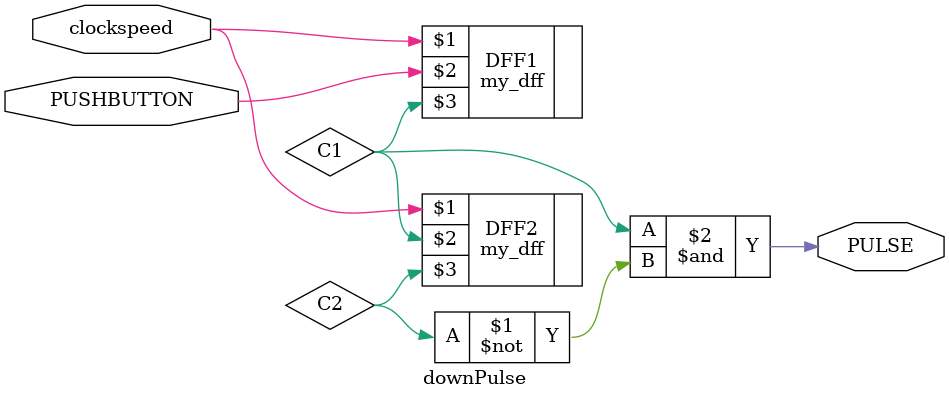
<source format=v>
`timescale 1ns / 1ps


module downPulse(
input clockspeed, PUSHBUTTON,output PULSE
    );
    
    wire C1;
    wire C2;
    
    my_dff DFF1 (clockspeed, PUSHBUTTON, C1);
    my_dff DFF2 (clockspeed, C1, C2);
    
    assign PULSE = (C1&~C2);
endmodule


</source>
